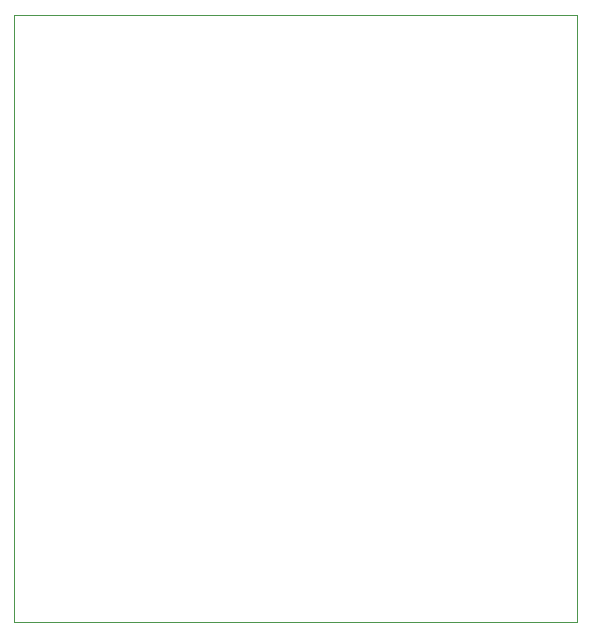
<source format=gbr>
%TF.GenerationSoftware,KiCad,Pcbnew,(5.1.10)-1*%
%TF.CreationDate,2021-11-03T12:27:00+01:00*%
%TF.ProjectId,airQualityV2,61697251-7561-46c6-9974-7956322e6b69,rev?*%
%TF.SameCoordinates,Original*%
%TF.FileFunction,Profile,NP*%
%FSLAX46Y46*%
G04 Gerber Fmt 4.6, Leading zero omitted, Abs format (unit mm)*
G04 Created by KiCad (PCBNEW (5.1.10)-1) date 2021-11-03 12:27:00*
%MOMM*%
%LPD*%
G01*
G04 APERTURE LIST*
%TA.AperFunction,Profile*%
%ADD10C,0.050000*%
%TD*%
G04 APERTURE END LIST*
D10*
X130175000Y-73025000D02*
X177800000Y-73025000D01*
X130175000Y-124460000D02*
X130175000Y-73025000D01*
X177800000Y-124460000D02*
X130175000Y-124460000D01*
X177800000Y-73025000D02*
X177800000Y-124460000D01*
M02*

</source>
